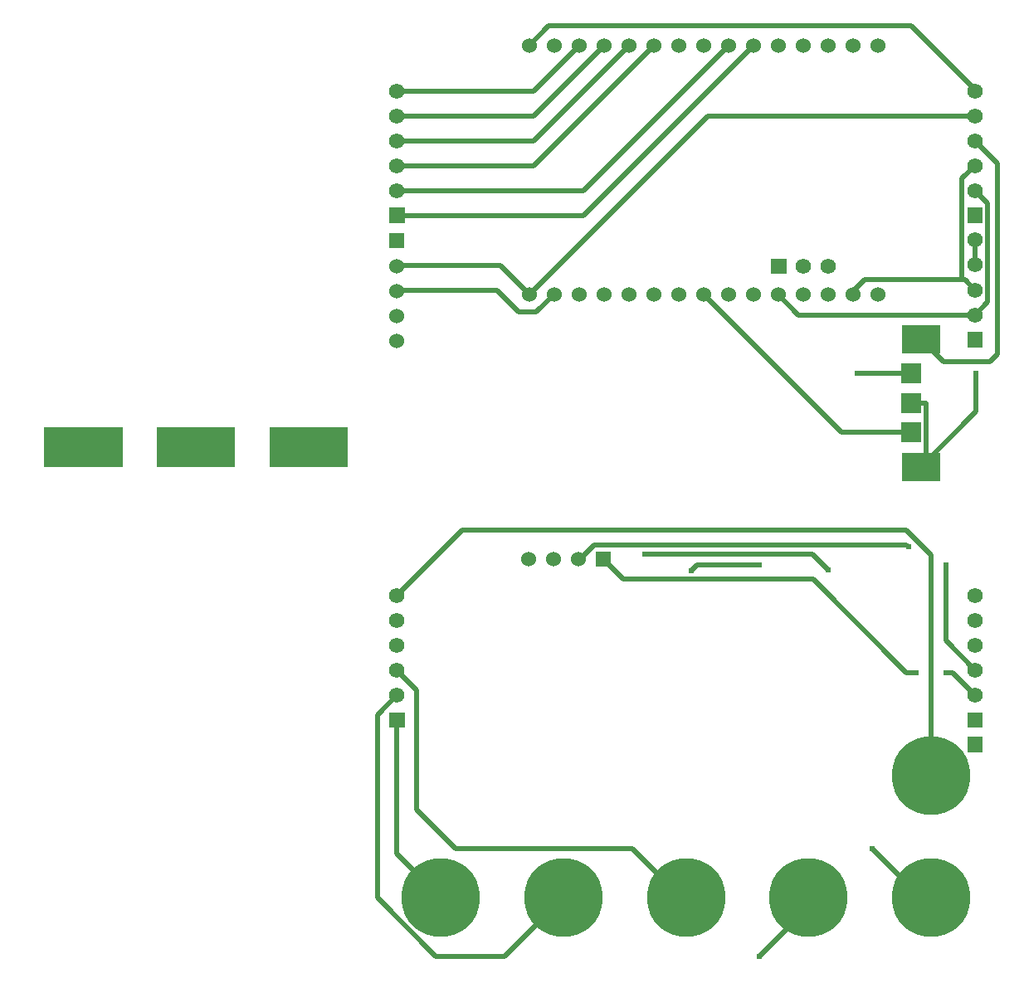
<source format=gtl>
G04 Layer: TopLayer*
G04 EasyEDA v6.1.48, Wed, 22 May 2019 01:04:44 GMT*
G04 0b5e94fe1834435c81e6262c9c592282,60a67b2131f5436da047494d80ae1115,10*
G04 Gerber Generator version 0.2*
G04 Scale: 100 percent, Rotated: No, Reflected: No *
G04 Dimensions in millimeters *
G04 leading zeros omitted , absolute positions ,3 integer and 3 decimal *
%FSLAX33Y33*%
%MOMM*%
G90*
G71D02*

%ADD11C,0.499999*%
%ADD12C,0.609600*%
%ADD13R,3.999992X2.999994*%
%ADD15R,1.999996X1.999996*%
%ADD16C,8.000009*%
%ADD17C,1.524000*%
%ADD18C,1.574800*%

%LPD*%
G54D11*
G01X90200Y45798D02*
G01X89999Y46000D01*
G01X58099Y45999D01*
G01X56700Y44600D01*
G01X56487Y44600D01*
G01X97000Y92350D02*
G01X97000Y92499D01*
G01X90499Y99000D01*
G01X53500Y99000D01*
G01X51498Y96997D01*
G01X51500Y71600D02*
G01X69710Y89810D01*
G01X97000Y89810D01*
G01X85000Y63500D02*
G01X90500Y63500D01*
G01X69281Y71600D02*
G01X83380Y57500D01*
G01X87000Y57500D01*
G01X90500Y57500D01*
G01X37999Y92350D02*
G01X51930Y92350D01*
G01X56580Y97000D01*
G01X37999Y89810D02*
G01X51930Y89810D01*
G01X59120Y97000D01*
G01X37999Y87270D02*
G01X51930Y87270D01*
G01X61660Y97000D01*
G01X37999Y84730D02*
G01X51930Y84730D01*
G01X64200Y97000D01*
G01X37999Y82190D02*
G01X57010Y82190D01*
G01X71820Y97000D01*
G01X37999Y79650D02*
G01X57010Y79650D01*
G01X74360Y97000D01*
G01X42500Y9999D02*
G01X37999Y14500D01*
G01X37999Y28150D01*
G01X37999Y30690D02*
G01X36000Y28690D01*
G01X36000Y11500D01*
G01X36000Y9999D01*
G01X41999Y3999D01*
G01X48999Y3999D01*
G01X54999Y9999D01*
G01X37999Y33230D02*
G01X39999Y31229D01*
G01X39999Y19000D01*
G01X44000Y14999D01*
G01X62000Y14999D01*
G01X67000Y9999D01*
G01X67499Y9999D01*
G01X37999Y40850D02*
G01X44649Y47500D01*
G01X47500Y47500D01*
G01X89999Y47500D01*
G01X92499Y45000D01*
G01X92499Y44999D01*
G01X92499Y22500D01*
G01X75000Y3999D02*
G01X80000Y9000D01*
G01X80000Y9999D01*
G01X86500Y14999D02*
G01X91500Y9999D01*
G01X92499Y9999D01*
G01X97000Y30690D02*
G01X94690Y33000D01*
G01X94000Y33000D01*
G01X97000Y33230D02*
G01X94000Y36230D01*
G01X94000Y44000D01*
G01X90499Y60500D02*
G01X91999Y60500D01*
G01X91999Y54499D01*
G01X91499Y53999D01*
G01X97000Y77159D02*
G01X97000Y74599D01*
G01X84520Y71600D02*
G01X84520Y71919D01*
G01X85700Y73099D01*
G01X95939Y73099D01*
G01X97000Y72039D01*
G01X97000Y84730D02*
G01X95662Y83391D01*
G01X95662Y73099D01*
G01X76900Y71600D02*
G01X79000Y69499D01*
G01X97000Y69499D01*
G01X97000Y69499D02*
G01X98300Y70799D01*
G01X98300Y80399D01*
G01X98300Y80890D01*
G01X97000Y82190D01*
G01X97000Y87270D02*
G01X99300Y84970D01*
G01X99300Y65899D01*
G01X99300Y65499D01*
G01X98500Y64699D01*
G01X93800Y64699D01*
G01X91499Y67000D01*
G01X91499Y54000D02*
G01X97100Y59600D01*
G01X97100Y63499D01*
G01X59026Y44599D02*
G01X61125Y42499D01*
G01X80499Y42499D01*
G01X89999Y33000D01*
G01X90999Y33000D01*
G01X68000Y43399D02*
G01X68600Y44000D01*
G01X75000Y44000D01*
G01X81998Y43500D02*
G01X80399Y45099D01*
G01X63300Y45099D01*
G01X51500Y71600D02*
G01X48600Y74500D01*
G01X38000Y74500D01*
G01X54040Y71600D02*
G01X52240Y69799D01*
G01X50400Y69799D01*
G01X48240Y71960D01*
G01X38000Y71960D01*
G54D13*
G01X91499Y67000D03*
G01X91499Y54000D03*
G36*
G01X25000Y53999D02*
G01X25000Y57999D01*
G01X32999Y57999D01*
G01X32999Y53999D01*
G01X25000Y53999D01*
G37*
G36*
G01X13499Y53999D02*
G01X13499Y57999D01*
G01X21499Y57999D01*
G01X21499Y53999D01*
G01X13499Y53999D01*
G37*
G36*
G01X1999Y53999D02*
G01X1999Y57999D01*
G01X9999Y57999D01*
G01X9999Y53999D01*
G01X1999Y53999D01*
G37*
G54D15*
G01X90500Y60500D03*
G01X90500Y63500D03*
G01X90500Y57500D03*
G54D16*
G01X42500Y9999D03*
G01X54999Y9999D03*
G01X67499Y9999D03*
G01X80000Y9999D03*
G01X92499Y9999D03*
G01X92499Y22500D03*
G54D17*
G01X51498Y96997D03*
G01X54040Y97000D03*
G01X56580Y97000D03*
G01X59120Y97000D03*
G01X61660Y97000D03*
G01X64200Y97000D03*
G01X66740Y97000D03*
G01X69280Y97000D03*
G01X71820Y97000D03*
G01X74360Y97000D03*
G01X76900Y97000D03*
G01X79440Y97000D03*
G01X81980Y97000D03*
G01X84520Y97000D03*
G01X87060Y97000D03*
G01X51500Y71600D03*
G01X54040Y71600D03*
G01X56580Y71600D03*
G01X59120Y71600D03*
G01X61660Y71600D03*
G01X64200Y71600D03*
G01X66740Y71600D03*
G01X69280Y71600D03*
G01X71820Y71600D03*
G01X74360Y71600D03*
G01X76900Y71600D03*
G01X79440Y71600D03*
G01X81980Y71600D03*
G01X84520Y71600D03*
G01X87060Y71600D03*
G54D18*
G01X37999Y92350D03*
G01X37999Y89810D03*
G01X37999Y87270D03*
G01X37999Y84730D03*
G01X37999Y82190D03*
G36*
G01X37212Y78862D02*
G01X37212Y80437D01*
G01X38787Y80437D01*
G01X38787Y78862D01*
G01X37212Y78862D01*
G37*
G01X37999Y40850D03*
G01X37999Y38310D03*
G01X37999Y35770D03*
G01X37999Y33230D03*
G01X37999Y30690D03*
G36*
G01X38787Y27362D02*
G01X38787Y28937D01*
G01X37212Y28937D01*
G01X37212Y27362D01*
G01X38787Y27362D01*
G37*
G36*
G01X37238Y77802D02*
G01X37238Y76278D01*
G01X38762Y76278D01*
G01X38762Y77802D01*
G01X37238Y77802D01*
G37*
G54D17*
G01X37999Y74499D03*
G01X37999Y71959D03*
G01X37999Y69419D03*
G01X37999Y66879D03*
G54D18*
G01X82039Y74460D03*
G01X79499Y74460D03*
G36*
G01X76172Y73672D02*
G01X77747Y73672D01*
G01X77747Y75247D01*
G01X76172Y75247D01*
G01X76172Y73672D01*
G37*
G36*
G01X97787Y24872D02*
G01X97787Y26447D01*
G01X96212Y26447D01*
G01X96212Y24872D01*
G01X97787Y24872D01*
G37*
G01X97000Y77160D03*
G01X97000Y74600D03*
G01X97000Y72039D03*
G01X97000Y69499D03*
G36*
G01X96212Y66172D02*
G01X96212Y67747D01*
G01X97787Y67747D01*
G01X97787Y66172D01*
G01X96212Y66172D01*
G37*
G01X97000Y92350D03*
G01X97000Y89810D03*
G01X97000Y87270D03*
G01X97000Y84730D03*
G01X97000Y82190D03*
G36*
G01X96212Y78862D02*
G01X96212Y80437D01*
G01X97787Y80437D01*
G01X97787Y78862D01*
G01X96212Y78862D01*
G37*
G01X97000Y40850D03*
G01X97000Y38310D03*
G01X97000Y35770D03*
G01X97000Y33230D03*
G01X97000Y30690D03*
G36*
G01X97787Y27362D02*
G01X97787Y28937D01*
G01X96212Y28937D01*
G01X96212Y27362D01*
G01X97787Y27362D01*
G37*
G36*
G01X59787Y43837D02*
G01X58263Y43837D01*
G01X58263Y45361D01*
G01X59787Y45361D01*
G01X59787Y43837D01*
G37*
G54D17*
G01X56486Y44599D03*
G01X53946Y44599D03*
G01X51406Y44599D03*
G54D12*
G01X85000Y63499D03*
G01X86499Y14999D03*
G01X75000Y3999D03*
G01X94000Y32999D03*
G01X91000Y32999D03*
G01X94000Y44000D03*
G01X90199Y45799D03*
G01X81998Y43500D03*
G01X97100Y63499D03*
G01X68000Y43399D03*
G01X75000Y44000D03*
G01X63300Y45099D03*
M00*
M02*

</source>
